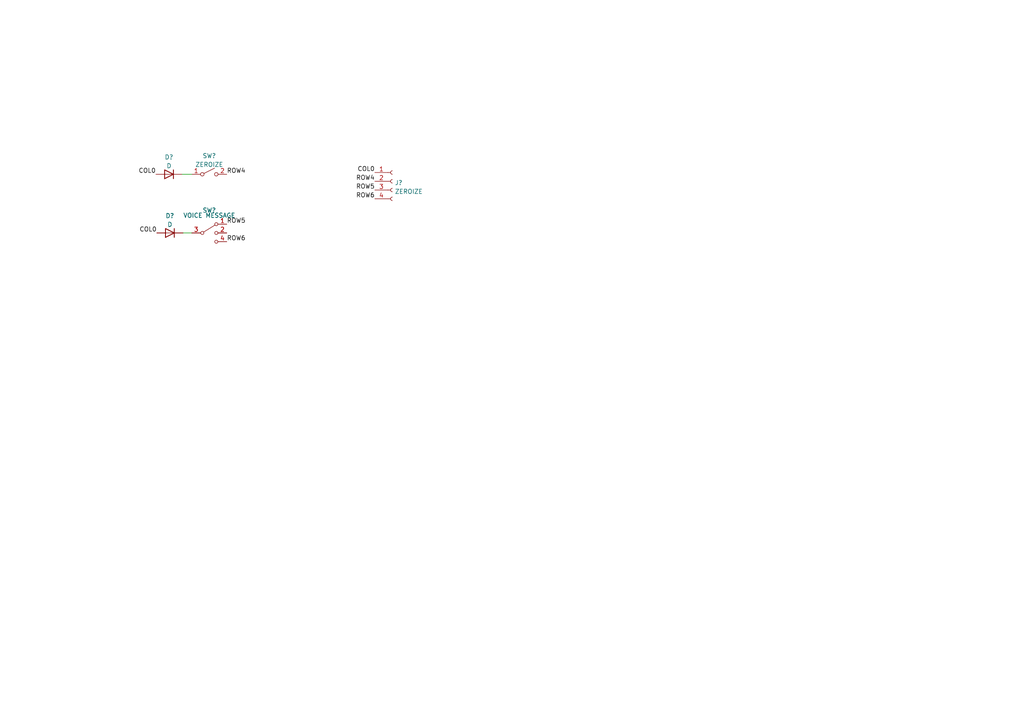
<source format=kicad_sch>
(kicad_sch (version 20211123) (generator eeschema)
  (paper "A4")
  (lib_symbols
    (symbol "Connector:Conn_01x04_Female" (pin_names (offset 1.016) hide)
      (property "Reference" "J" (at 0 5.08 0))
      (property "Value" "Conn_01x04_Female" (at 0 -7.62 0))
      (symbol "Conn_01x04_Female_1_1"
        (arc (start 0 -4.572) (mid -0.508 -5.08) (end 0 -5.588) (stroke (width 0.1524)))
        (arc (start 0 -2.032) (mid -0.508 -2.54) (end 0 -3.048) (stroke (width 0.1524)))
        (polyline (pts (xy -1.27 -5.08) (xy -0.508 -5.08)) (stroke (width 0.1524)))
        (polyline (pts (xy -1.27 -2.54) (xy -0.508 -2.54)) (stroke (width 0.1524)))
        (polyline (pts (xy -1.27 0) (xy -0.508 0)) (stroke (width 0.1524)))
        (polyline (pts (xy -1.27 2.54) (xy -0.508 2.54)) (stroke (width 0.1524)))
        (arc (start 0 0.508) (mid -0.508 0) (end 0 -0.508) (stroke (width 0.1524)))
        (arc (start 0 3.048) (mid -0.508 2.54) (end 0 2.032) (stroke (width 0.1524)))
        (pin passive line (at -5.08 2.54 0) (length 3.81) (name "Pin_1") (number "1"))
        (pin passive line (at -5.08 0 0) (length 3.81) (name "Pin_2") (number "2"))
        (pin passive line (at -5.08 -2.54 0) (length 3.81) (name "Pin_3") (number "3"))
        (pin passive line (at -5.08 -5.08 0) (length 3.81) (name "Pin_4") (number "4"))
      )
    )
    (symbol "Device:D" (pin_numbers hide) (pin_names (offset 1.016) hide)
      (property "Reference" "D" (at 0 2.54 0))
      (property "Value" "D" (at 0 -2.54 0))
      (symbol "D_0_1"
        (polyline (pts (xy -1.27 1.27) (xy -1.27 -1.27)) (stroke (width 0.254)))
        (polyline (pts (xy 1.27 0) (xy -1.27 0)))
        (polyline (pts (xy 1.27 1.27) (xy 1.27 -1.27) (xy -1.27 0) (xy 1.27 1.27)) (stroke (width 0.254)))
      )
      (symbol "D_1_1"
        (pin passive line (at -3.81 0 0) (length 2.54) (name "K") (number "1"))
        (pin passive line (at 3.81 0 180) (length 2.54) (name "A") (number "2"))
      )
    )
    (symbol "Switch:SW_SP3T" (pin_names (offset 0) hide)
      (property "Reference" "SW" (at 0 5.08 0))
      (property "Value" "SW_SP3T" (at 0 -5.08 0))
      (symbol "SW_SP3T_0_1"
        (circle (center -2.032 0) (radius 0.4572))
        (polyline (pts (xy -1.651 0.254) (xy 1.651 2.286)))
        (circle (center 2.032 -2.54) (radius 0.4572))
        (circle (center 2.032 0) (radius 0.4572))
        (circle (center 2.032 2.54) (radius 0.4572))
      )
      (symbol "SW_SP3T_1_1"
        (pin passive line (at 5.08 2.54 180) (length 2.54) (name "1") (number "1"))
        (pin passive line (at 5.08 0 180) (length 2.54) (name "2") (number "2"))
        (pin passive line (at -5.08 0 0) (length 2.54) (name "3") (number "3"))
        (pin passive line (at 5.08 -2.54 180) (length 2.54) (name "4") (number "4"))
      )
    )
    (symbol "Switch:SW_SPST" (pin_names (offset 0) hide)
      (property "Reference" "SW" (at 0 3.175 0))
      (property "Value" "SW_SPST" (at 0 -2.54 0))
      (symbol "SW_SPST_0_0"
        (circle (center -2.032 0) (radius 0.508))
        (polyline (pts (xy -1.524 0.254) (xy 1.524 1.778)))
        (circle (center 2.032 0) (radius 0.508))
      )
      (symbol "SW_SPST_1_1"
        (pin passive line (at -5.08 0 0) (length 2.54) (name "A") (number "1"))
        (pin passive line (at 5.08 0 180) (length 2.54) (name "B") (number "2"))
      )
    )
  )
  (wire (pts (xy 52.832 50.546) (xy 55.626 50.546)))
  (wire (pts (xy 53.086 67.564) (xy 55.626 67.564)))
  (label "ROW4" (at 108.712 52.578 180))
  (label "COL0" (at 45.212 50.546 180))
  (label "ROW4" (at 65.786 50.546 0))
  (label "ROW6" (at 65.786 70.104 0))
  (label "COL0" (at 108.712 50.038 180))
  (label "ROW5" (at 65.786 65.024 0))
  (label "ROW6" (at 108.712 57.658 180))
  (label "ROW5" (at 108.712 55.118 180))
  (label "COL0" (at 45.466 67.564 180))
  (symbol (lib_id "Switch:SW_SP3T") (at 60.706 67.564 0) (unit 1)
    (property "Reference" "SW?" (at 60.706 60.994 0))
    (property "Value" "VOICE MESSAGE" (at 60.706 62.484 0))
  )
  (symbol (lib_id "Device:D") (at 49.276 67.564 180) (unit 1)
    (property "Reference" "D?" (at 49.276 62.5942 0))
    (property "Value" "D" (at 49.276 65.1311 0))
  )
  (symbol (lib_id "Switch:SW_SPST") (at 60.706 50.546 0) (unit 1)
    (property "Reference" "SW?" (at 60.706 45.1952 0))
    (property "Value" "ZEROIZE" (at 60.706 47.7321 0))
  )
  (symbol (lib_id "Device:D") (at 49.022 50.546 180) (unit 1)
    (property "Reference" "D?" (at 49.022 45.5762 0))
    (property "Value" "D" (at 49.022 48.1131 0))
  )
  (symbol (lib_id "Connector:Conn_01x04_Female") (at 113.792 52.578 0) (unit 1)
    (property "Reference" "J?" (at 114.5032 53.0133 0) (effects (justify left)))
    (property "Value" "ZEROIZE" (at 114.5032 55.5502 0) (effects (justify left)))
  )
)
</source>
